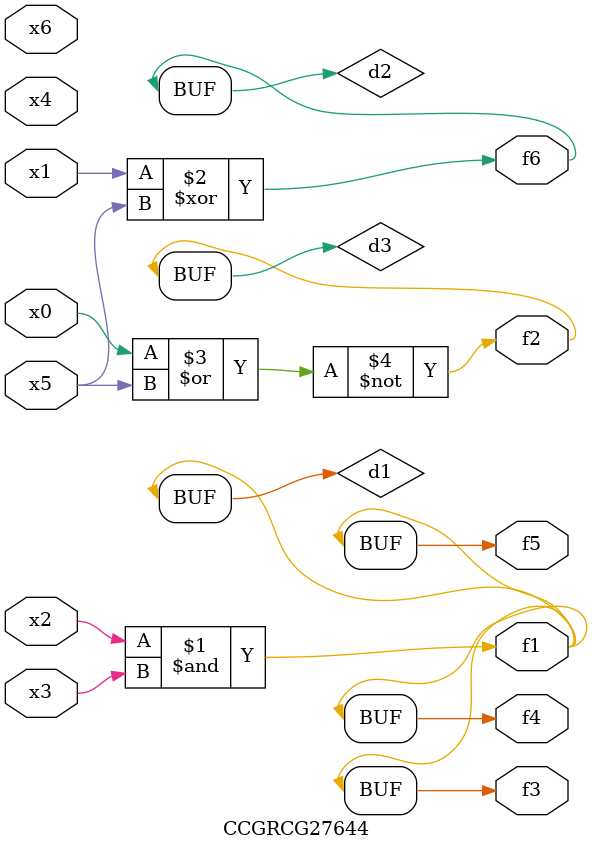
<source format=v>
module CCGRCG27644(
	input x0, x1, x2, x3, x4, x5, x6,
	output f1, f2, f3, f4, f5, f6
);

	wire d1, d2, d3;

	and (d1, x2, x3);
	xor (d2, x1, x5);
	nor (d3, x0, x5);
	assign f1 = d1;
	assign f2 = d3;
	assign f3 = d1;
	assign f4 = d1;
	assign f5 = d1;
	assign f6 = d2;
endmodule

</source>
